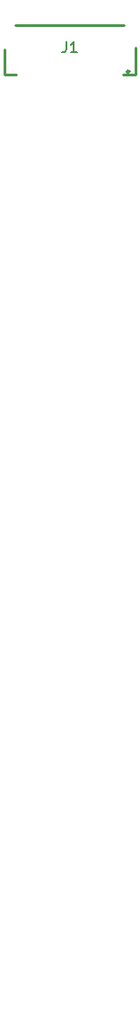
<source format=gto>
G04 #@! TF.GenerationSoftware,KiCad,Pcbnew,7.0.8*
G04 #@! TF.CreationDate,2023-10-22T00:44:16-07:00*
G04 #@! TF.ProjectId,Seismos_5-Key,53656973-6d6f-4735-9f35-2d4b65792e6b,rev?*
G04 #@! TF.SameCoordinates,Original*
G04 #@! TF.FileFunction,Legend,Top*
G04 #@! TF.FilePolarity,Positive*
%FSLAX46Y46*%
G04 Gerber Fmt 4.6, Leading zero omitted, Abs format (unit mm)*
G04 Created by KiCad (PCBNEW 7.0.8) date 2023-10-22 00:44:16*
%MOMM*%
%LPD*%
G01*
G04 APERTURE LIST*
%ADD10C,0.150000*%
%ADD11C,0.254000*%
%ADD12C,2.300000*%
%ADD13C,1.000000*%
%ADD14C,3.000000*%
%ADD15C,4.000000*%
%ADD16R,0.600000X1.700000*%
%ADD17R,1.200000X1.800000*%
%ADD18C,3.200000*%
G04 APERTURE END LIST*
D10*
X45524667Y-60019200D02*
X45667524Y-60066819D01*
X45667524Y-60066819D02*
X45905619Y-60066819D01*
X45905619Y-60066819D02*
X46000857Y-60019200D01*
X46000857Y-60019200D02*
X46048476Y-59971580D01*
X46048476Y-59971580D02*
X46096095Y-59876342D01*
X46096095Y-59876342D02*
X46096095Y-59781104D01*
X46096095Y-59781104D02*
X46048476Y-59685866D01*
X46048476Y-59685866D02*
X46000857Y-59638247D01*
X46000857Y-59638247D02*
X45905619Y-59590628D01*
X45905619Y-59590628D02*
X45715143Y-59543009D01*
X45715143Y-59543009D02*
X45619905Y-59495390D01*
X45619905Y-59495390D02*
X45572286Y-59447771D01*
X45572286Y-59447771D02*
X45524667Y-59352533D01*
X45524667Y-59352533D02*
X45524667Y-59257295D01*
X45524667Y-59257295D02*
X45572286Y-59162057D01*
X45572286Y-59162057D02*
X45619905Y-59114438D01*
X45619905Y-59114438D02*
X45715143Y-59066819D01*
X45715143Y-59066819D02*
X45953238Y-59066819D01*
X45953238Y-59066819D02*
X46096095Y-59114438D01*
X46429429Y-59066819D02*
X46667524Y-60066819D01*
X46667524Y-60066819D02*
X46858000Y-59352533D01*
X46858000Y-59352533D02*
X47048476Y-60066819D01*
X47048476Y-60066819D02*
X47286572Y-59066819D01*
X47619905Y-59162057D02*
X47667524Y-59114438D01*
X47667524Y-59114438D02*
X47762762Y-59066819D01*
X47762762Y-59066819D02*
X48000857Y-59066819D01*
X48000857Y-59066819D02*
X48096095Y-59114438D01*
X48096095Y-59114438D02*
X48143714Y-59162057D01*
X48143714Y-59162057D02*
X48191333Y-59257295D01*
X48191333Y-59257295D02*
X48191333Y-59352533D01*
X48191333Y-59352533D02*
X48143714Y-59495390D01*
X48143714Y-59495390D02*
X47572286Y-60066819D01*
X47572286Y-60066819D02*
X48191333Y-60066819D01*
X45524667Y-41019200D02*
X45667524Y-41066819D01*
X45667524Y-41066819D02*
X45905619Y-41066819D01*
X45905619Y-41066819D02*
X46000857Y-41019200D01*
X46000857Y-41019200D02*
X46048476Y-40971580D01*
X46048476Y-40971580D02*
X46096095Y-40876342D01*
X46096095Y-40876342D02*
X46096095Y-40781104D01*
X46096095Y-40781104D02*
X46048476Y-40685866D01*
X46048476Y-40685866D02*
X46000857Y-40638247D01*
X46000857Y-40638247D02*
X45905619Y-40590628D01*
X45905619Y-40590628D02*
X45715143Y-40543009D01*
X45715143Y-40543009D02*
X45619905Y-40495390D01*
X45619905Y-40495390D02*
X45572286Y-40447771D01*
X45572286Y-40447771D02*
X45524667Y-40352533D01*
X45524667Y-40352533D02*
X45524667Y-40257295D01*
X45524667Y-40257295D02*
X45572286Y-40162057D01*
X45572286Y-40162057D02*
X45619905Y-40114438D01*
X45619905Y-40114438D02*
X45715143Y-40066819D01*
X45715143Y-40066819D02*
X45953238Y-40066819D01*
X45953238Y-40066819D02*
X46096095Y-40114438D01*
X46429429Y-40066819D02*
X46667524Y-41066819D01*
X46667524Y-41066819D02*
X46858000Y-40352533D01*
X46858000Y-40352533D02*
X47048476Y-41066819D01*
X47048476Y-41066819D02*
X47286572Y-40066819D01*
X48191333Y-41066819D02*
X47619905Y-41066819D01*
X47905619Y-41066819D02*
X47905619Y-40066819D01*
X47905619Y-40066819D02*
X47810381Y-40209676D01*
X47810381Y-40209676D02*
X47715143Y-40304914D01*
X47715143Y-40304914D02*
X47619905Y-40352533D01*
X45524667Y-79019200D02*
X45667524Y-79066819D01*
X45667524Y-79066819D02*
X45905619Y-79066819D01*
X45905619Y-79066819D02*
X46000857Y-79019200D01*
X46000857Y-79019200D02*
X46048476Y-78971580D01*
X46048476Y-78971580D02*
X46096095Y-78876342D01*
X46096095Y-78876342D02*
X46096095Y-78781104D01*
X46096095Y-78781104D02*
X46048476Y-78685866D01*
X46048476Y-78685866D02*
X46000857Y-78638247D01*
X46000857Y-78638247D02*
X45905619Y-78590628D01*
X45905619Y-78590628D02*
X45715143Y-78543009D01*
X45715143Y-78543009D02*
X45619905Y-78495390D01*
X45619905Y-78495390D02*
X45572286Y-78447771D01*
X45572286Y-78447771D02*
X45524667Y-78352533D01*
X45524667Y-78352533D02*
X45524667Y-78257295D01*
X45524667Y-78257295D02*
X45572286Y-78162057D01*
X45572286Y-78162057D02*
X45619905Y-78114438D01*
X45619905Y-78114438D02*
X45715143Y-78066819D01*
X45715143Y-78066819D02*
X45953238Y-78066819D01*
X45953238Y-78066819D02*
X46096095Y-78114438D01*
X46429429Y-78066819D02*
X46667524Y-79066819D01*
X46667524Y-79066819D02*
X46858000Y-78352533D01*
X46858000Y-78352533D02*
X47048476Y-79066819D01*
X47048476Y-79066819D02*
X47286572Y-78066819D01*
X47572286Y-78066819D02*
X48191333Y-78066819D01*
X48191333Y-78066819D02*
X47858000Y-78447771D01*
X47858000Y-78447771D02*
X48000857Y-78447771D01*
X48000857Y-78447771D02*
X48096095Y-78495390D01*
X48096095Y-78495390D02*
X48143714Y-78543009D01*
X48143714Y-78543009D02*
X48191333Y-78638247D01*
X48191333Y-78638247D02*
X48191333Y-78876342D01*
X48191333Y-78876342D02*
X48143714Y-78971580D01*
X48143714Y-78971580D02*
X48096095Y-79019200D01*
X48096095Y-79019200D02*
X48000857Y-79066819D01*
X48000857Y-79066819D02*
X47715143Y-79066819D01*
X47715143Y-79066819D02*
X47619905Y-79019200D01*
X47619905Y-79019200D02*
X47572286Y-78971580D01*
X45524667Y-98019200D02*
X45667524Y-98066819D01*
X45667524Y-98066819D02*
X45905619Y-98066819D01*
X45905619Y-98066819D02*
X46000857Y-98019200D01*
X46000857Y-98019200D02*
X46048476Y-97971580D01*
X46048476Y-97971580D02*
X46096095Y-97876342D01*
X46096095Y-97876342D02*
X46096095Y-97781104D01*
X46096095Y-97781104D02*
X46048476Y-97685866D01*
X46048476Y-97685866D02*
X46000857Y-97638247D01*
X46000857Y-97638247D02*
X45905619Y-97590628D01*
X45905619Y-97590628D02*
X45715143Y-97543009D01*
X45715143Y-97543009D02*
X45619905Y-97495390D01*
X45619905Y-97495390D02*
X45572286Y-97447771D01*
X45572286Y-97447771D02*
X45524667Y-97352533D01*
X45524667Y-97352533D02*
X45524667Y-97257295D01*
X45524667Y-97257295D02*
X45572286Y-97162057D01*
X45572286Y-97162057D02*
X45619905Y-97114438D01*
X45619905Y-97114438D02*
X45715143Y-97066819D01*
X45715143Y-97066819D02*
X45953238Y-97066819D01*
X45953238Y-97066819D02*
X46096095Y-97114438D01*
X46429429Y-97066819D02*
X46667524Y-98066819D01*
X46667524Y-98066819D02*
X46858000Y-97352533D01*
X46858000Y-97352533D02*
X47048476Y-98066819D01*
X47048476Y-98066819D02*
X47286572Y-97066819D01*
X48096095Y-97400152D02*
X48096095Y-98066819D01*
X47858000Y-97019200D02*
X47619905Y-97733485D01*
X47619905Y-97733485D02*
X48238952Y-97733485D01*
X46666666Y-26854819D02*
X46666666Y-27569104D01*
X46666666Y-27569104D02*
X46619047Y-27711961D01*
X46619047Y-27711961D02*
X46523809Y-27807200D01*
X46523809Y-27807200D02*
X46380952Y-27854819D01*
X46380952Y-27854819D02*
X46285714Y-27854819D01*
X47666666Y-27854819D02*
X47095238Y-27854819D01*
X47380952Y-27854819D02*
X47380952Y-26854819D01*
X47380952Y-26854819D02*
X47285714Y-26997676D01*
X47285714Y-26997676D02*
X47190476Y-27092914D01*
X47190476Y-27092914D02*
X47095238Y-27140533D01*
X45524667Y-117019200D02*
X45667524Y-117066819D01*
X45667524Y-117066819D02*
X45905619Y-117066819D01*
X45905619Y-117066819D02*
X46000857Y-117019200D01*
X46000857Y-117019200D02*
X46048476Y-116971580D01*
X46048476Y-116971580D02*
X46096095Y-116876342D01*
X46096095Y-116876342D02*
X46096095Y-116781104D01*
X46096095Y-116781104D02*
X46048476Y-116685866D01*
X46048476Y-116685866D02*
X46000857Y-116638247D01*
X46000857Y-116638247D02*
X45905619Y-116590628D01*
X45905619Y-116590628D02*
X45715143Y-116543009D01*
X45715143Y-116543009D02*
X45619905Y-116495390D01*
X45619905Y-116495390D02*
X45572286Y-116447771D01*
X45572286Y-116447771D02*
X45524667Y-116352533D01*
X45524667Y-116352533D02*
X45524667Y-116257295D01*
X45524667Y-116257295D02*
X45572286Y-116162057D01*
X45572286Y-116162057D02*
X45619905Y-116114438D01*
X45619905Y-116114438D02*
X45715143Y-116066819D01*
X45715143Y-116066819D02*
X45953238Y-116066819D01*
X45953238Y-116066819D02*
X46096095Y-116114438D01*
X46429429Y-116066819D02*
X46667524Y-117066819D01*
X46667524Y-117066819D02*
X46858000Y-116352533D01*
X46858000Y-116352533D02*
X47048476Y-117066819D01*
X47048476Y-117066819D02*
X47286572Y-116066819D01*
X48143714Y-116066819D02*
X47667524Y-116066819D01*
X47667524Y-116066819D02*
X47619905Y-116543009D01*
X47619905Y-116543009D02*
X47667524Y-116495390D01*
X47667524Y-116495390D02*
X47762762Y-116447771D01*
X47762762Y-116447771D02*
X48000857Y-116447771D01*
X48000857Y-116447771D02*
X48096095Y-116495390D01*
X48096095Y-116495390D02*
X48143714Y-116543009D01*
X48143714Y-116543009D02*
X48191333Y-116638247D01*
X48191333Y-116638247D02*
X48191333Y-116876342D01*
X48191333Y-116876342D02*
X48143714Y-116971580D01*
X48143714Y-116971580D02*
X48096095Y-117019200D01*
X48096095Y-117019200D02*
X48000857Y-117066819D01*
X48000857Y-117066819D02*
X47762762Y-117066819D01*
X47762762Y-117066819D02*
X47667524Y-117019200D01*
X47667524Y-117019200D02*
X47619905Y-116971580D01*
D11*
X53200000Y-29978000D02*
X52031000Y-29978000D01*
X53200000Y-27438000D02*
X53200000Y-29978000D01*
X41969000Y-29978000D02*
X40860000Y-29978000D01*
X41892000Y-25300000D02*
X52108000Y-25300000D01*
X40860000Y-29978000D02*
X40860000Y-27541000D01*
X52625000Y-29660000D02*
G75*
G03*
X52625000Y-29660000I-125000J0D01*
G01*
%LPC*%
D12*
X52300000Y-60000000D03*
D13*
X52220000Y-56384200D03*
D14*
X50810000Y-62540000D03*
X47000000Y-65900000D03*
D15*
X47000000Y-60000000D03*
D14*
X44460000Y-65080000D03*
X42000000Y-63800000D03*
D13*
X41780000Y-56384200D03*
D12*
X41700000Y-60000000D03*
X52300000Y-41000000D03*
D13*
X52220000Y-37384200D03*
D14*
X50810000Y-43540000D03*
X47000000Y-46900000D03*
D15*
X47000000Y-41000000D03*
D14*
X44460000Y-46080000D03*
X42000000Y-44800000D03*
D13*
X41780000Y-37384200D03*
D12*
X41700000Y-41000000D03*
X52300000Y-79000000D03*
D13*
X52220000Y-75384200D03*
D14*
X50810000Y-81540000D03*
X47000000Y-84900000D03*
D15*
X47000000Y-79000000D03*
D14*
X44460000Y-84080000D03*
X42000000Y-82800000D03*
D13*
X41780000Y-75384200D03*
D12*
X41700000Y-79000000D03*
X52300000Y-98000000D03*
D13*
X52220000Y-94384200D03*
D14*
X50810000Y-100540000D03*
X47000000Y-103900000D03*
D15*
X47000000Y-98000000D03*
D14*
X44460000Y-103080000D03*
X42000000Y-101800000D03*
D13*
X41780000Y-94384200D03*
D12*
X41700000Y-98000000D03*
D16*
X51500000Y-30286000D03*
X50500000Y-30286000D03*
X49500000Y-30285000D03*
X48500000Y-30285000D03*
X47500000Y-30285000D03*
X46500000Y-30285000D03*
X45500000Y-30285000D03*
X44500000Y-30285000D03*
X43500000Y-30285000D03*
X42500000Y-30285000D03*
D17*
X52800000Y-26410000D03*
X41200000Y-26410000D03*
D18*
X53500000Y-127500000D03*
X40500000Y-127500000D03*
D12*
X52300000Y-117000000D03*
D13*
X52220000Y-113384200D03*
D14*
X50810000Y-119540000D03*
X47000000Y-122900000D03*
D15*
X47000000Y-117000000D03*
D14*
X44460000Y-122080000D03*
X42000000Y-120800000D03*
D13*
X41780000Y-113384200D03*
D12*
X41700000Y-117000000D03*
%LPD*%
M02*

</source>
